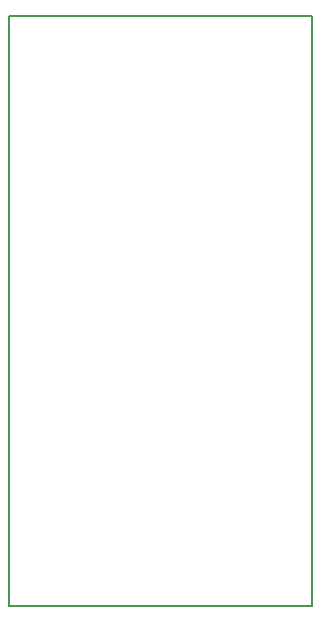
<source format=gbr>
G04 #@! TF.GenerationSoftware,KiCad,Pcbnew,(5.1.5)-3*
G04 #@! TF.CreationDate,2020-07-23T10:29:42-05:00*
G04 #@! TF.ProjectId,LuminaryVer2,4c756d69-6e61-4727-9956-6572322e6b69,rev?*
G04 #@! TF.SameCoordinates,Original*
G04 #@! TF.FileFunction,Profile,NP*
%FSLAX46Y46*%
G04 Gerber Fmt 4.6, Leading zero omitted, Abs format (unit mm)*
G04 Created by KiCad (PCBNEW (5.1.5)-3) date 2020-07-23 10:29:42*
%MOMM*%
%LPD*%
G04 APERTURE LIST*
%ADD10C,0.150000*%
G04 APERTURE END LIST*
D10*
X236600000Y-50000000D02*
X210900000Y-50000000D01*
X236600000Y-100000000D02*
X236600000Y-50000000D01*
X210900000Y-100000000D02*
X236600000Y-100000000D01*
X210900000Y-50000000D02*
X210900000Y-100000000D01*
M02*

</source>
